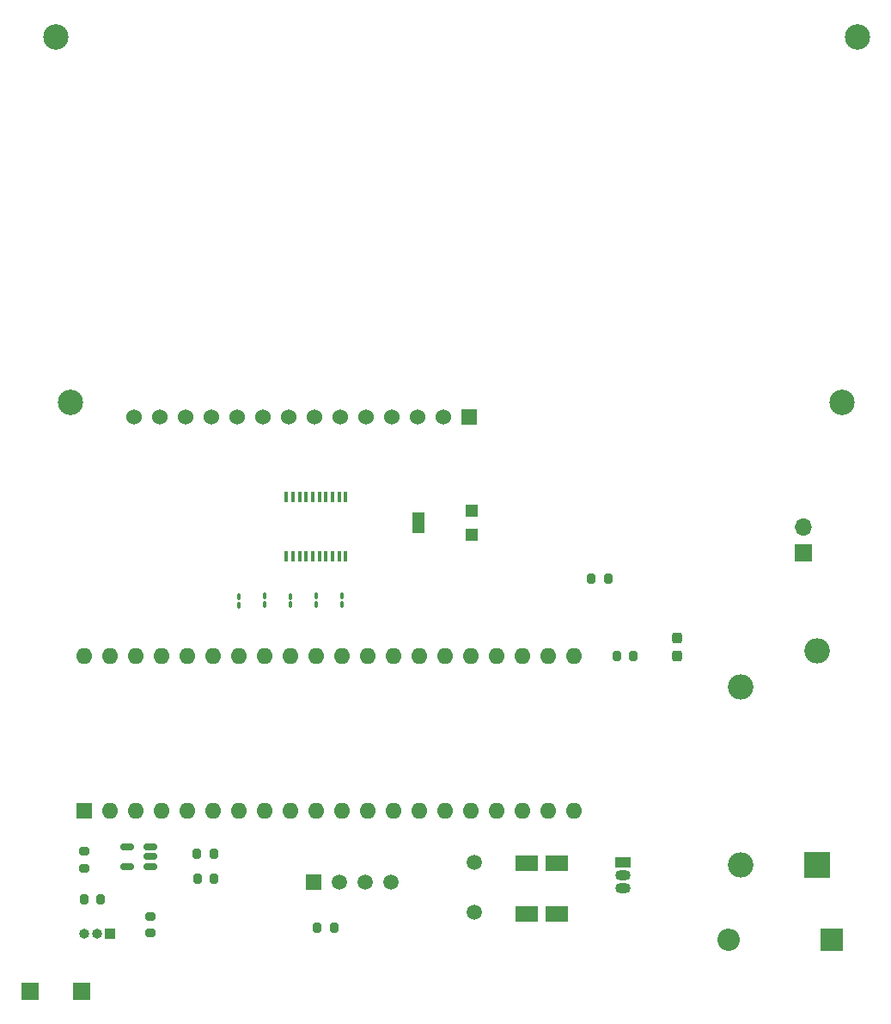
<source format=gbr>
%TF.GenerationSoftware,KiCad,Pcbnew,7.0.9-7.0.9~ubuntu22.04.1*%
%TF.CreationDate,2023-12-03T21:32:25-03:00*%
%TF.ProjectId,smart_watering_system,736d6172-745f-4776-9174-6572696e675f,rev?*%
%TF.SameCoordinates,Original*%
%TF.FileFunction,Soldermask,Top*%
%TF.FilePolarity,Negative*%
%FSLAX46Y46*%
G04 Gerber Fmt 4.6, Leading zero omitted, Abs format (unit mm)*
G04 Created by KiCad (PCBNEW 7.0.9-7.0.9~ubuntu22.04.1) date 2023-12-03 21:32:25*
%MOMM*%
%LPD*%
G01*
G04 APERTURE LIST*
G04 Aperture macros list*
%AMRoundRect*
0 Rectangle with rounded corners*
0 $1 Rounding radius*
0 $2 $3 $4 $5 $6 $7 $8 $9 X,Y pos of 4 corners*
0 Add a 4 corners polygon primitive as box body*
4,1,4,$2,$3,$4,$5,$6,$7,$8,$9,$2,$3,0*
0 Add four circle primitives for the rounded corners*
1,1,$1+$1,$2,$3*
1,1,$1+$1,$4,$5*
1,1,$1+$1,$6,$7*
1,1,$1+$1,$8,$9*
0 Add four rect primitives between the rounded corners*
20,1,$1+$1,$2,$3,$4,$5,0*
20,1,$1+$1,$4,$5,$6,$7,0*
20,1,$1+$1,$6,$7,$8,$9,0*
20,1,$1+$1,$8,$9,$2,$3,0*%
G04 Aperture macros list end*
%ADD10R,1.700000X1.700000*%
%ADD11O,1.700000X1.700000*%
%ADD12RoundRect,0.100000X0.100000X-0.217500X0.100000X0.217500X-0.100000X0.217500X-0.100000X-0.217500X0*%
%ADD13C,1.500000*%
%ADD14RoundRect,0.200000X-0.200000X-0.275000X0.200000X-0.275000X0.200000X0.275000X-0.200000X0.275000X0*%
%ADD15R,1.300000X1.300000*%
%ADD16R,1.300000X2.000000*%
%ADD17RoundRect,0.237500X-0.237500X0.287500X-0.237500X-0.287500X0.237500X-0.287500X0.237500X0.287500X0*%
%ADD18RoundRect,0.100000X-0.100000X0.217500X-0.100000X-0.217500X0.100000X-0.217500X0.100000X0.217500X0*%
%ADD19R,0.400000X1.000000*%
%ADD20RoundRect,0.150000X0.512500X0.150000X-0.512500X0.150000X-0.512500X-0.150000X0.512500X-0.150000X0*%
%ADD21R,1.500000X1.500000*%
%ADD22C,2.500000*%
%ADD23R,1.524000X1.524000*%
%ADD24C,1.524000*%
%ADD25R,1.600000X1.600000*%
%ADD26O,1.600000X1.600000*%
%ADD27RoundRect,0.200000X-0.275000X0.200000X-0.275000X-0.200000X0.275000X-0.200000X0.275000X0.200000X0*%
%ADD28RoundRect,0.200000X0.200000X0.275000X-0.200000X0.275000X-0.200000X-0.275000X0.200000X-0.275000X0*%
%ADD29R,1.500000X1.050000*%
%ADD30O,1.500000X1.050000*%
%ADD31R,2.500000X2.500000*%
%ADD32O,2.500000X2.500000*%
%ADD33O,1.000000X1.000000*%
%ADD34R,1.000000X1.000000*%
%ADD35R,2.200000X2.200000*%
%ADD36O,2.200000X2.200000*%
%ADD37R,2.200000X1.600000*%
G04 APERTURE END LIST*
D10*
%TO.C,J4*%
X73660000Y-160020000D03*
%TD*%
%TO.C,J3*%
X68580000Y-160020000D03*
%TD*%
%TO.C,J2*%
X144780000Y-116840000D03*
D11*
X144780000Y-114300000D03*
%TD*%
D12*
%TO.C,R11*%
X89160000Y-122008343D03*
X89160000Y-121193343D03*
%TD*%
D13*
%TO.C,Y1*%
X112338918Y-147344144D03*
X112338918Y-152244144D03*
%TD*%
D14*
%TO.C,R5*%
X98549914Y-153830424D03*
X96899914Y-153830424D03*
%TD*%
D15*
%TO.C,RV1*%
X112080000Y-112760000D03*
D16*
X106880000Y-113910000D03*
D15*
X112080000Y-115060000D03*
%TD*%
D17*
%TO.C,D1*%
X132362556Y-125288510D03*
X132362556Y-127038510D03*
%TD*%
D12*
%TO.C,R12*%
X94240000Y-121980910D03*
X94240000Y-121165910D03*
%TD*%
D18*
%TO.C,R10*%
X91700000Y-121105000D03*
X91700000Y-121920000D03*
%TD*%
D12*
%TO.C,R9*%
X99320000Y-121920000D03*
X99320000Y-121105000D03*
%TD*%
%TO.C,R8*%
X96810000Y-121920000D03*
X96810000Y-121105000D03*
%TD*%
D19*
%TO.C,U6*%
X93855000Y-117200000D03*
X94505000Y-117200000D03*
X95155000Y-117200000D03*
X95805000Y-117200000D03*
X96455000Y-117200000D03*
X97105000Y-117200000D03*
X97755000Y-117200000D03*
X98405000Y-117200000D03*
X99055000Y-117200000D03*
X99705000Y-117200000D03*
X99705000Y-111400000D03*
X99055000Y-111400000D03*
X98405000Y-111400000D03*
X97755000Y-111400000D03*
X97105000Y-111400000D03*
X96455000Y-111400000D03*
X95805000Y-111400000D03*
X95155000Y-111400000D03*
X94505000Y-111400000D03*
X93855000Y-111400000D03*
%TD*%
D20*
%TO.C,U5*%
X78164225Y-147754611D03*
X78164225Y-145854611D03*
X80439225Y-145854611D03*
X80439225Y-146804611D03*
X80439225Y-147754611D03*
%TD*%
D13*
%TO.C,U4*%
X104153139Y-149281690D03*
X101613139Y-149281690D03*
X99073139Y-149281690D03*
D21*
X96533139Y-149281690D03*
%TD*%
D22*
%TO.C,U3*%
X72620000Y-102040000D03*
X150120000Y-66040000D03*
X148620000Y-102040000D03*
X71120000Y-66040000D03*
D23*
X111840000Y-103500000D03*
D24*
X109300000Y-103500000D03*
X106760000Y-103500000D03*
X104220000Y-103500000D03*
X101680000Y-103500000D03*
X99140000Y-103500000D03*
X96600000Y-103500000D03*
X94060000Y-103500000D03*
X91520000Y-103500000D03*
X88980000Y-103500000D03*
X86440000Y-103500000D03*
X83900000Y-103500000D03*
X81360000Y-103500000D03*
X78820000Y-103500000D03*
%TD*%
D25*
%TO.C,U1*%
X73920000Y-142240000D03*
D26*
X76460000Y-142240000D03*
X79000000Y-142240000D03*
X81540000Y-142240000D03*
X84080000Y-142240000D03*
X86620000Y-142240000D03*
X89160000Y-142240000D03*
X91700000Y-142240000D03*
X94240000Y-142240000D03*
X96780000Y-142240000D03*
X99320000Y-142240000D03*
X101860000Y-142240000D03*
X104400000Y-142240000D03*
X106940000Y-142240000D03*
X109480000Y-142240000D03*
X112020000Y-142240000D03*
X114560000Y-142240000D03*
X117100000Y-142240000D03*
X119640000Y-142240000D03*
X122180000Y-142240000D03*
X122180000Y-127000000D03*
X119640000Y-127000000D03*
X117100000Y-127000000D03*
X114560000Y-127000000D03*
X112020000Y-127000000D03*
X109480000Y-127000000D03*
X106940000Y-127000000D03*
X104400000Y-127000000D03*
X101860000Y-127000000D03*
X99320000Y-127000000D03*
X96780000Y-127000000D03*
X94240000Y-127000000D03*
X91700000Y-127000000D03*
X89160000Y-127000000D03*
X86620000Y-127000000D03*
X84080000Y-127000000D03*
X81540000Y-127000000D03*
X79000000Y-127000000D03*
X76460000Y-127000000D03*
X73920000Y-127000000D03*
%TD*%
D14*
%TO.C,R13*%
X123895000Y-119380000D03*
X125545000Y-119380000D03*
%TD*%
%TO.C,R7*%
X126423019Y-127037290D03*
X128073019Y-127037290D03*
%TD*%
D27*
%TO.C,R6*%
X73920000Y-147915439D03*
X73920000Y-146265439D03*
%TD*%
D14*
%TO.C,R4*%
X75573625Y-150964051D03*
X73923625Y-150964051D03*
%TD*%
D27*
%TO.C,R3*%
X80451476Y-152658570D03*
X80451476Y-154308570D03*
%TD*%
D14*
%TO.C,R2*%
X85098449Y-148965287D03*
X86748449Y-148965287D03*
%TD*%
D28*
%TO.C,R1*%
X86694051Y-146495000D03*
X85044051Y-146495000D03*
%TD*%
D29*
%TO.C,Q1*%
X127000000Y-147320000D03*
D30*
X127000000Y-148590000D03*
X127000000Y-149860000D03*
%TD*%
D31*
%TO.C,K1*%
X146157500Y-147567500D03*
D32*
X146157500Y-126567500D03*
X138657500Y-130067500D03*
X138657500Y-147567500D03*
%TD*%
D33*
%TO.C,J1*%
X73894601Y-154344790D03*
X75164601Y-154344790D03*
D34*
X76434601Y-154344790D03*
%TD*%
D35*
%TO.C,D2*%
X147580000Y-154940000D03*
D36*
X137420000Y-154940000D03*
%TD*%
D37*
%TO.C,C2*%
X117539128Y-152447222D03*
X120539128Y-152447222D03*
%TD*%
%TO.C,C1*%
X117506861Y-147422335D03*
X120506861Y-147422335D03*
%TD*%
M02*

</source>
